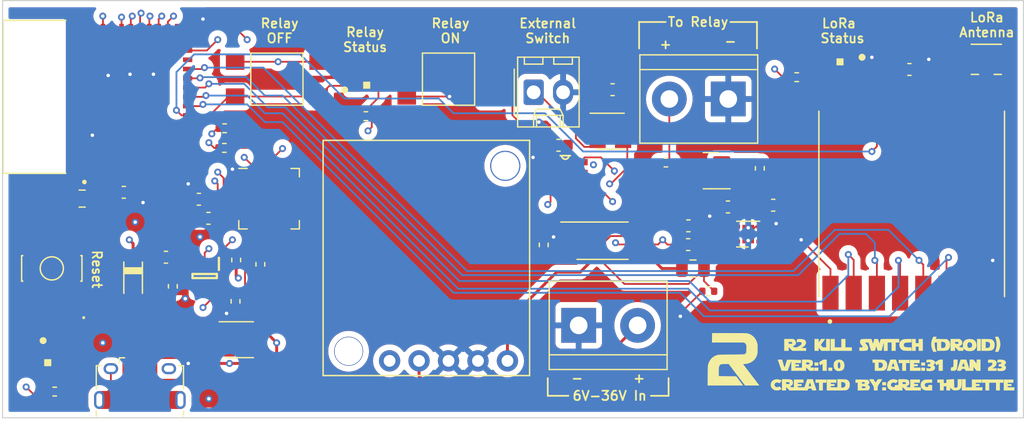
<source format=kicad_pcb>
(kicad_pcb (version 20211014) (generator pcbnew)
  (title_block (title "Kill Switch - Remote") (date "2023-01-18") (rev "1.0") (company "Created by: Greg Hulette") (comment 1 "- Creates WiFi Network for Remote Web Access") (comment 2 "- WiFi to LoRa Bridge") (comment 3 "- Buttons for Master Relay"))
  (layers (0 "F.Cu" signal) (1 "In1.Cu" signal) (2 "In2.Cu" signal) (31 "B.Cu" signal) (34 "B.Paste" user) (35 "F.Paste" user) (36 "B.SilkS" user "B.Silkscreen") (37 "F.SilkS" user "F.Silkscreen") (38 "B.Mask" user) (39 "F.Mask" user) (44 "Edge.Cuts" user))
  (net 0 "")
  (net 1 "+3V3")
  (net 2 "GND")
  (net 3 "RESET")
  (net 4 "Net-(C6-Pad2)")
  (net 5 "VBUS")
  (net 6 "+5V")
  (net 7 "Net-(D1-PadA)")
  (net 8 "USB_DP")
  (net 9 "USB_DN")
  (net 10 "Net-(J5-Pad2)")
  (net 12 "unconnected-(J1-Pad6)")
  (net 13 "RELAY_CONTROL")
  (net 14 "Net-(J3-Pad2)")
  (net 16 "Net-(L1-Pad3)")
  (net 18 "Net-(L2-Pad3)")
  (net 20 "Net-(L3-Pad3)")
  (net 21 "DTR")
  (net 22 "RTS")
  (net 23 "GPIO0")
  (net 24 "Net-(R2-Pad1)")
  (net 25 "RXD0")
  (net 26 "Net-(R3-Pad1)")
  (net 27 "TXD0")
  (net 28 "Net-(R4-Pad2)")
  (net 29 "Net-(R6-Pad1)")
  (net 30 "Net-(R9-Pad1)")
  (net 31 "RELAY_LED_DATA")
  (net 32 "EXT_SW_OUT")
  (net 35 "VIN")
  (net 36 "STATUS_LED_DATA")
  (net 46 "DI0_LORA")
  (net 47 "RESET_LORA")
  (net 48 "SCK_LORA")
  (net 49 "MISO_LORA")
  (net 50 "MOSI_LORA")
  (net 51 "NSS_LORA")
  (net 54 "OFF_SW_OUT")
  (net 55 "ON_SW_OUT")
  (net 81 "LORA_LED_DATA")
  (net 83 "Net-(S2-Pad1)")
  (net 84 "Net-(S3-Pad1)")
  (net 85 "Net-(J4-Pad1)")
  (footprint "Resistor_SMD:R_0402_1005Metric" (layer "F.Cu") (at 51.142 63.02 180)
    (fp_text reference "R3")
    (fp_text value "1K" hide)
  )
  (footprint "Resistor_SMD:R_0402_1005Metric" (layer "F.Cu") (at 100.454 58.61 180)
    (fp_text reference "R14")
    (fp_text value "470" hide)
  )
  (footprint "Capacitor_SMD:C_0603_1608Metric" (layer "F.Cu") (at 46.082 74.148 180)
    (fp_text reference "C3")
    (fp_text value ".1uF" hide)
  )
  (footprint "Resistor_SMD:R_0402_1005Metric" (layer "F.Cu") (at 52.082 77.952 -90)
    (fp_text reference "R5")
    (fp_text value "47.5K" hide)
  )
  (footprint "Resistor_SMD:R_0402_1005Metric" (layer "F.Cu") (at 97.274 66.478 90)
    (fp_text reference "R7")
    (fp_text value "10K" hide)
  )
  (footprint "Package_SO:TSSOP-8_4.4x3mm_P0.65mm" (layer "F.Cu") (at 83.718 72.722)
    (fp_text reference "U4")
    (fp_text value "TPS2115APW" hide)
  )
  (footprint "Package_SON:WSON-6-1EP_2x2mm_P0.65mm_EP1x1.6mm_ThermalVias" (layer "F.Cu") (at 96.272 72.152 180)
    (fp_text reference "U3")
    (fp_text value "LP5912-3.3DRV" hide)
  )
  (footprint "Package_TO_SOT_SMD:SOT-23" (layer "F.Cu") (at 93.048 66.682 180)
    (fp_text reference "Q3")
    (fp_text value "BSS138" hide)
  )
  (footprint "Capacitor_SMD:C_0603_1608Metric" (layer "F.Cu") (at 48.92 69.146 180)
    (fp_text reference "C5")
    (fp_text value ".1uF" hide)
  )
  (footprint "Resistor_SMD:R_0402_1005Metric" (layer "F.Cu") (at 46.678 76.66 90)
    (fp_text reference "R1")
    (fp_text value "10K" hide)
  )
  (footprint "Resistor_SMD:R_0402_1005Metric" (layer "F.Cu") (at 92.832 77.086 180)
    (fp_text reference "R10")
    (fp_text value "400" hide)
  )
  (footprint "Package_DFN_QFN:QFN-28-1EP_5x5mm_P0.5mm_EP3.35x3.35mm" (layer "F.Cu") (at 54.974 69.098)
    (fp_text reference "U2")
    (fp_text value "CP2102N-A02-GQFN28" hide)
  )
  (footprint "Custom:TL3305CF260QG" (layer "F.Cu") (at 55.647 58.779)
    (fp_text reference "S3")
    (fp_text value "TL3305CF260QG" hide)
  )
  (footprint "Custom:HRS_U.FL-R-SMT-1(10)" (layer "F.Cu") (at 116.798 57.072)
    (fp_text reference "J3")
    (fp_text value "U.FL-R-SMT-1(10)" hide)
  )
  (footprint "Custom:MODULE_ESP32-PICO-MINI-02" (layer "F.Cu") (at 43.055 60.308 90)
    (fp_text reference "U1")
    (fp_text value "ESP32-PICO-MINI-02" hide)
  )
  (footprint "Capacitor_SMD:C_0603_1608Metric" (layer "F.Cu") (at 91.116 71.438)
    (fp_text reference "C9")
    (fp_text value ".1uF" hide)
  )
  (footprint "Resistor_SMD:R_0402_1005Metric" (layer "F.Cu") (at 63.314 61.974)
    (fp_text reference "R17")
    (fp_text value "470" hide)
  )
  (footprint "Custom:SOT65P230X110-6N" (layer "F.Cu") (at 49.423 75.77 -90)
    (fp_text reference "Q2")
    (fp_text value "UMH3N" hide)
  )
  (footprint "Package_TO_SOT_SMD:SOT-143" (layer "F.Cu") (at 52.424 81.264)
    (fp_text reference "D2")
    (fp_text value "SP0503BAHTG" hide)
  )
  (footprint "Custom:SOT95P280X145-6N" (layer "F.Cu") (at 80.5054 66.8818)
    (fp_text reference "U6")
    (fp_text value "MAX6817EUT+T" hide)
  )
  (footprint "Package_TO_SOT_SMD:SOT-143" (layer "F.Cu") (at 84.39 63.272)
    (fp_text reference "U8")
    (fp_text value "MAX6816" hide)
  )
  (footprint "Capacitor_SMD:C_0603_1608Metric" (layer "F.Cu") (at 94.526 69.808)
    (fp_text reference "C6")
    (fp_text value "1uF" hide)
  )
  (footprint "Custom:TL3305CF260QG" (layer "F.Cu") (at 70.441332 58.779)
    (fp_text reference "S2")
    (fp_text value "TL3305CF260QG" hide)
  )
  (footprint "Capacitor_SMD:C_0603_1608Metric" (layer "F.Cu") (at 91.096 73.058)
    (fp_text reference "C12")
    (fp_text value ".1uF" hide)
  )
  (footprint "Custom:SW_TL3342F160QG" (layer "F.Cu") (at 36.2445 75.1125 90)
    (fp_text reference "S1")
    (fp_text value "TL3342F160QG" hide)
  )
  (footprint "Capacitor_SMD:C_0603_1608Metric" (layer "F.Cu") (at 84.582 59.69)
    (fp_text reference "C13")
    (fp_text value ".1uF" hide)
  )
  (footprint "Capacitor_SMD:C_0805_2012Metric" (layer "F.Cu") (at 91.512 75.122)
    (fp_text reference "C8")
    (fp_text value "10uF" hide)
  )
  (footprint "TerminalBlock:TerminalBlock_bornier-2_P5.08mm" (layer "F.Cu") (at 81.66 80.028)
    (fp_text reference "J2")
    (fp_text value "Power In" hide)
  )
  (footprint "Resistor_SMD:R_0402_1005Metric" (layer "F.Cu") (at 36.496 85.742)
    (fp_text reference "R16")
    (fp_text value "470" hide)
  )
  (footprint "Resistor_SMD:R_0402_1005Metric" (layer "F.Cu") (at 52.14 74.388 90)
    (fp_text reference "R4")
    (fp_text value "22.1K" hide)
  )
  (footprint "Capacitor_SMD:C_0603_1608Metric" (layer "F.Cu") (at 49.746 70.792 180)
    (fp_text reference "C4")
    (fp_text value "4.7uF" hide)
  )
  (footprint "Capacitor_SMD:C_0805_2012Metric" (layer "F.Cu") (at 38.862 69.088 180)
    (fp_text reference "C1")
    (fp_text value "10uF" hide)
  )
  (footprint "Resistor_SMD:R_0402_1005Metric" (layer "F.Cu") (at 78.648 73.084 90)
    (fp_text reference "R9")
    (fp_text value "400" hide)
  )
  (footprint "TerminalBlock:TerminalBlock_bornier-2_P5.08mm" (layer "F.Cu") (at 94.554 60.494 180)
    (fp_text reference "J5")
    (fp_text value "Output" hide)
  )
  (footprint "Capacitor_SMD:C_0603_1608Metric" (layer "F.Cu") (at 79.922 64.488)
    (fp_text reference "C11")
    (fp_text value ".1uF" hide)
  )
  (footprint "Custom:RFM95W-915S2" (layer "F.Cu") (at 110.365 69.546 90)
    (fp_text reference "U5")
    (fp_text value "RFM95W-915S2" hide)
  )
  (footprint "Custom:WS2812B-2020" (layer "F.Cu") (at 104.185 57.891)
    (fp_text reference "L1")
    (fp_text value "WS2812B-2020" hide)
  )
  (footprint "Capacitor_SMD:C_0603_1608Metric" (layer "F.Cu") (at 98.428 69.66 180)
    (fp_text reference "C7")
    (fp_text value "1uF" hide)
  )
  (footprint "Logos:DroidKillSwitchLogo" (layer "F.Cu") (at 108.712 83.312)
    (fp_text reference "G***")
    (fp_text value "LOGO" hide)
  )
  (footprint "Resistor_SMD:R_0402_1005Metric" (layer "F.Cu") (at 51.12 64.714 180)
    (fp_text reference "R2")
    (fp_text value "1K" hide)
  )
  (footprint "Resistor_SMD:R_0402_1005Metric" (layer "F.Cu") (at 89.178 65.972)
    (fp_text reference "R8")
    (fp_text value "10K" hide)
  )
  (footprint "Custom:SOD3716X135N" (layer "F.Cu") (at 43.2545 75.9125 -90)
    (fp_text reference "D1")
    (fp_text value "B5819W-TP" hide)
  )
  (footprint "Capacitor_SMD:C_0603_1608Metric" (layer "F.Cu") (at 42.452 68.546)
    (fp_text reference "C2")
    (fp_text value ".1uF" hide)
  )
  (footprint "Connector_USB:USB_Micro-B_Amphenol_10118194_Horizontal" (layer "F.Cu") (at 43.836 85.166)
    (fp_text reference "J1")
    (fp_text value "USB_B_Micro" hide)
  )
  (footprint "Resistor_SMD:R_0402_1005Metric" (layer "F.Cu") (at 54.224 74.758 -90)
    (fp_text reference "R6")
    (fp_text value "1K" hide)
  )
  (footprint "Custom:WS2812B-2020" (layer "F.Cu") (at 36.495 83.245 90)
    (fp_text reference "L2")
    (fp_text value "WS2812B-2020" hide)
  )
  (footprint "Pololu:VoltageREG_2851" (layer "F.Cu") (at 68.53 74.21 90)
    (fp_text reference "U7")
    (fp_text value "D24V550F5_Step_Down_Regulator" hide)
  )
  (footprint "Custom:WS2812B-2020" (layer "F.Cu") (at 63.386666 58.704 180)
    (fp_text reference "L3")
    (fp_text value "WS2812B-2020" hide)
  )
  (footprint "Connector_Molex:Molex_KK-254_AE-6410-02A_1x02_P2.54mm_Vertical" (layer "F.Cu") (at 77.776 59.914)
    (fp_text reference "J4")
    (fp_text value "External Switch In" hide)
  )
  (footprint "Logos:R2_Logo_V2" (layer "F.Cu") (at 94.996 83.312)
    (fp_text reference "G***")
    (fp_text value "LOGO" hide)
  )
  (footprint "Capacitor_SMD:C_0603_1608Metric" (layer "F.Cu") (at 110.166 57.946)
    (fp_text reference "C10")
    (fp_text value ".1uF" hide)
  )
  (gr_line (start 86.868 53.848) (end 89.154 53.848) (layer "F.SilkS") (width 0.15))
  (gr_line (start 86.868 56.134) (end 86.868 53.848) (layer "F.SilkS") (width 0.15))
  (gr_line (start 78.994 84.582) (end 78.994 86.106) (layer "F.SilkS") (width 0.15))
  (gr_line (start 87.884 86.106) (end 89.408 86.106) (layer "F.SilkS") (width 0.15))
  (gr_line (start 78.994 86.106) (end 80.772 86.106) (layer "F.SilkS") (width 0.15))
  (gr_line (start 89.408 86.106) (end 89.408 84.582) (layer "F.SilkS") (width 0.15))
  (gr_line (start 97.028 53.848) (end 97.028 56.134) (layer "F.SilkS") (width 0.15))
  (gr_line (start 94.742 53.848) (end 97.028 53.848) (layer "F.SilkS") (width 0.15))
  (gr_line (start 32 52) (end 120 52) (layer "Edge.Cuts") (width 0.1))
  (gr_line (start 120 88) (end 32 88) (layer "Edge.Cuts") (width 0.1))
  (gr_line (start 32 88) (end 32 52) (layer "Edge.Cuts") (width 0.1))
  (gr_line (start 120 52) (end 120 88) (layer "Edge.Cuts") (width 0.1))
  (gr_text "LoRa \nStatus" (at 104.394 54.61) (layer "F.SilkS") (effects (font (size 0.8 0.8))))
  (gr_text "To Relay" (at 91.948 53.848) (layer "F.SilkS") (effects (font (size 0.8 0.8))))
  (gr_text "6V-36V In" (at 84.328 86.106) (layer "F.SilkS") (effects (font (size 0.8 0.8))))
  (gr_text "-" (at 81.534 84.582) (layer "F.SilkS") (effects (font (size 0.8 0.8))))
  (gr_text "+" (at 89.154 55.88 180) (layer "F.SilkS") (effects (font (size 0.8 0.8))))
  (gr_text "LoRa\nAntenna" (at 116.84 54.102) (layer "F.SilkS") (effects (font (size 0.8 0.8))))
  (gr_text "-" (at 94.742 55.626 180) (layer "F.SilkS") (effects (font (size 0.8 0.8))))
  (gr_text "+" (at 86.868 84.582) (layer "F.SilkS") (effects (font (size 0.8 0.8))))
  (gr_text "Relay\nStatus" (at 63.246 55.372) (layer "F.SilkS") (effects (font (size 0.8 0.8))))
  (gr_text "Relay\nOFF" (at 55.88 54.61) (layer "F.SilkS") (effects (font (size 0.8 0.8))))
  (gr_text "External\nSwitch" (at 78.994 54.61) (layer "F.SilkS") (effects (font (size 0.8 0.8))))
  (gr_text "Relay\nON" (at 70.612 54.61) (layer "F.SilkS") (effects (font (size 0.8 0.8))))
  (gr_text "Reset" (at 40.132 75.184 270) (layer "F.SilkS") (effects (font (size 0.8 0.8))))
  (segment (start 52.524 70.598) (end 51.548 70.598) (width 0.25) (layer "F.Cu") (net 1))
  (segment (start 40.655 68.245) (end 39.812 69.088) (width 0.25) (layer "F.Cu") (net 1))
  (segment (start 51.548 70.598) (end 50.715 70.598) (width 0.25) (layer "F.Cu") (net 1))
  (segment (start 82.2996 67.0596) (end 81.7754 67.0596) (width 0.1524) (layer "F.Cu") (net 1))
  (segment (start 81.7754 66.8818) (end 80.865 66.8818) (width 0.25) (layer "F.Cu") (net 1))
  (segment (start 40.655 66.208) (end 40.655 68.245) (width 0.25) (layer "F.Cu") (net 1))
  (segment (start 51.81 70.098) (end 52.524 70.098) (width 0.25) (layer "F.Cu") (net 1))
  (segment (start 97.948 72.802) (end 98.298 73.152) (width 0.1524) (layer "F.Cu") (net 1))
  (segment (start 80.865 66.8818) (end 80.697 66.7138) (width 0.25) (layer "F.Cu") (net 1))
  (segment (start 40.655 66.208) (end 40.655 67.524) (width 0.25) (layer "F.Cu") (net 1))
  (segment (start 97.1595 72.802) (end 97.948 72.802) (width 0.1524) (layer "F.Cu") (net 1))
  (segment (start 40.655 67.524) (end 41.677 68.546) (width 0.25) (layer "F.Cu") (net 1))
  (segment (start 51.548 70.598) (end 51.548 70.36) (width 0.25) (layer "F.Cu") (net 1))
  (segment (start 51.302 70.098) (end 51.81 70.098) (width 0.25) (layer "F.Cu") (net 1))
  (segment (start 51.548 70.36) (end 51.81 70.098) (width 0.25) (layer "F.Cu") (net 1))
  (segment (start 80.865 66.8818) (end 80.518 67.2288) (width 0.25) (layer "F.Cu") (net 1))
  (segment (start 80.697 66.7138) (end 80.697 64.488) (width 0.25) (layer "F.Cu") (net 1))
  (segment (start 50.715 70.598) (end 50.521 70.792) (width 0.25) (layer "F.Cu") (net 1))
  (segment (start 80.518 67.2288) (end 80.518 68.326) (width 0.25) (layer "F.Cu") (net 1))
  (segment (start 49.695 69.146) (end 50.35 69.146) (width 0.25) (layer "F.Cu") (net 1))
  (segment (start 50.35 69.146) (end 51.302 70.098) (width 0.25) (layer "F.Cu") (net 1))
  (via (at 47.752 77.724) (size 0.6) (drill 0.3) (layers "F.Cu" "B.Cu") (net 1))
  (via (at 43.434 71.12) (size 0.6) (drill 0.3) (layers "F.Cu" "B.Cu") (net 1))
  (via (at 49.784 86.36) (size 0.6) (drill 0.3) (layers "F.Cu" "B.Cu") (net 1))
  (via (at 40.64 81.534) (size 0.6) (drill 0.3) (layers "F.Cu" "B.Cu") (net 1))
  (via (at 49.022 72.39) (size 0.6) (drill 0.3) (layers "F.Cu" "B.Cu") (net 1))
  (segment (start 117.365 74.439) (end 117.348 74.422) (width 0.1524) (layer "F.Cu") (net 2))
  (segment (start 48.005 67.819) (end 48.005 69.006) (width 0.25) (layer "F.Cu") (net 2))
  (segment (start 88.838 75.122) (end 90.562 75.122) (width 0.25) (layer "F.Cu") (net 2))
  (segment (start 118.273 56.043) (end 117.856 55.626) (width 0.1524) (layer "F.Cu") (net 2))
  (segment (start 78.325 66.8818) (end 77.724 66.2808) (width 0.25) (layer "F.Cu") (net 2))
  (segment (start 34.3445 80.7295) (end 35.845 82.23) (width 0.25) (layer "F.Cu") (net 2))
  (segment (start 115.365 57.114) (end 115.323 57.072) (width 0.1524) (layer "F.Cu") (net 2))
  (segment (start 100.838 72.644) (end 99.203 71.009) (width 0.1524) (layer "F.Cu") (net 2))
  (segment (start 91.871 73.229) (end 91.871 73.058) (width 0.25) (layer "F.Cu") (net 2))
  (segment (start 60.172 59.354) (end 62.371666 59.354) (width 0.1524) (layer "F.Cu") (net 2))
  (segment (start 90.424 79.248) (end 90.424 78.984) (width 0.1524) (layer "F.Cu") (net 2))
  (segment (start 96.922 71.502) (end 97.1595 71.502) (width 0.1524) (layer "F.Cu") (net 2))
  (segment (start 83.583 59.914) (end 80.316 59.914) (width 0.25) (layer "F.Cu") (net 2))
  (segment (start 46.255 63.508) (end 45.005 62.258) (width 0.1524) (layer "F.Cu") (net 2))
  (segment (start 51.816 68.268315) (end 51.816 66.548) (width 0.1524) (layer "F.Cu") (net 2))
  (segment (start 45.136 83.766) (end 45.136 83.291) (width 0.25) (layer "F.Cu") (net 2))
  (segment (start 103.365 77.246) (end 103.365 75.171) (width 0.1524) (layer "F.Cu") (net 2))
  (segment (start 45.623 82.804) (end 47.498 82.804) (width 0.25) (layer "F.Cu") (net 2))
  (segment (start 37.912 66.451) (end 38.105 66.258) (width 0.25) (layer "F.Cu") (net 2))
  (segment (start 45.307 74.148) (end 45.307 70.626) (width 0.25) (layer "F.Cu") (net 2))
  (segment (start 78.867 62.484) (end 78.232 62.484) (width 0.25) (layer "F.Cu") (net 2))
  (segment (start 37.912 69.088) (end 37.912 66.451) (width 0.25) (layer "F.Cu") (net 2))
  (segment (start 79.2354 66.8818) (end 78.325 66.8818) (width 0.25) (layer "F.Cu") (net 2))
  (segment (start 39.805 66.258) (end 39.855 66.208) (width 0.25) (layer "F.Cu") (net 2))
  (segment (start 98.679 71.247) (end 99.203 70.723) (width 0.1524) (layer "F.Cu") (net 2))
  (segment (start 52.145685 68.598) (end 51.816 68.268315) (width 0.1524) (layer "F.Cu") (net 2))
  (segment (start 93.751 69.808) (end 92.9555 70.6035) (width 0.1524) (layer "F.Cu") (net 2))
  (segment (start 51.324 79.01) (end 51.324 80.494) (width 0.25) (layer "F.Cu") (net 2))
  (segment (start 99.203 70.723) (end 99.203 69.66) (width 0.1524) (layer "F.Cu") (net 2))
  (segment (start 47.498 82.804) (end 48.006 83.312) (width 0.25) (layer "F.Cu") (net 2))
  (segment (start 103.365 75.171) (end 100.838 72.644) (width 0.1524) (layer "F.Cu") (net 2))
  (segment (start 47.955 63.508) (end 46.255 63.508) (width 0.1524) (layer "F.Cu") (net 2))
  (segment (start 48.252 63.508) (end 51.481 60.279) (width 0.1524) (layer "F.Cu") (net 2))
  (segment (start 59.247 60.279) (end 60.172 59.354) (width 0.1524) (layer "F.Cu") (net 2))
  (segment (start 38.105 54.358) (end 38.105 66.258) (width 0.25) (layer "F.Cu") (net 2))
  (segment (start 83.807 59.69) (end 83.583 59.914) (width 0.25) (layer "F.Cu") (net 2))
  (segment (start 52.047 60.279) (end 59.247 60.279) (width 0.1524) (layer "F.Cu") (net 2))
  (segment (start 115.365 61.846) (end 115.365 57.114) (width 0.1524) (layer "F.Cu") (net 2))
  (segment (start 39.055 66.208) (end 39.055 64.308) (width 0.25) (layer "F.Cu") (net 2))
  (segment (start 45.307 70.626) (end 44.1095 69.4285) (width 0.25) (layer "F.Cu") (net 2))
  (segment (start 117.365 77.246) (end 117.365 74.439) (width 0.1524) (layer "F.Cu") (net 2))
  (segment (start 111.815 57.072) (end 110.941 57.946) (width 0.1524) (layer "F.Cu") (net 2))
  (segment (start 48.971 69.972) (end 48.971 70.792) (width 0.25) (layer "F.Cu") (net 2))
  (segment (start 106.589 57.241) (end 106.934 56.896) (width 0.1524) (layer "F.Cu") (net 2))
  (segment (start 92.9555 70.6035) (end 92.121 71.438) (width 0.1524) (layer "F.Cu") (net 2))
  (segment (start 105.2 57.241) (end 106.589 57.241) (width 0.1524) (layer "F.Cu") (net 2))
  (segment (start 51.308 78.994) (end 51.324 79.01) (width 0.25) (layer "F.Cu") (net 2))
  (segment (start 51.481 60.279) (end 52.047 60.279) (width 0.1524) (layer "F.Cu") (net 2))
  (segment (start 34.3445 71.9625) (end 34.3445 78.2625) (width 0.25) (layer "F.Cu") (net 2))
  (segment (start 90.562 74.538) (end 91.871 73.229) (width 0.25) (layer "F.Cu") (net 2))
  (segment (start 41.105 62.258) (end 41.105 58.463) (width 0.25) (layer "F.Cu") (net 2))
  (segment (start 99.203 71.009) (end 99.203 69.66) (width 0.1524) (layer "F.Cu") (net 2))
  (segment (start 45.005 62.258) (end 41.105 62.258) (width 0.25) (layer "F.Cu") (net 2))
  (segment (start 51.84 78.462) (end 51.308 78.994) (width 0.25) (layer "F.Cu") (net 2))
  (segment (start 44.1095 69.4285) (end 43.227 68.546) (width 0.25) (layer "F.Cu") (net 2))
  (segment (start 45.005 58.358) (end 45.005 62.258) (width 0.25) (layer "F.Cu") (net 2))
  (segment (start 79.495 72.397) (end 80.8555 72.397) (width 0.25) (layer "F.Cu") (net 2))
  (segment (start 37.219 69.088) (end 37.912 69.088) (width 0.25) (layer "F.Cu") (net 2))
  (segment (start 43.055 62.258) (end 43.055 58.358) (width 0.25) (layer "F.Cu") (net 2))
  (segment (start 41.105 58.358) (end 42.988 58.358) (width 0.25) (layer "F.Cu") (net 2))
  (segment (start 66.841332 60.279) (end 70.531 60.279) (width 0.1524) (layer "F.Cu") (net 2))
  (segment (start 38.105 66.258) (end 39.805 66.258) (width 0.25) (layer "F.Cu") (net 2))
  (segment (start 111.838 57.072) (end 111.815 57.072) (width 0.1524) (layer "F.Cu") (net 2))
  (segment (start 48.512 54.358) (end 49.276 53.594) (width 0.1524) (layer "F.Cu") (net 2))
  (segment (start 48.005 69.006) (end 48.971 69.972) (width 0.25) (layer "F.Cu") (net 2))
  (segment (start 45.005 60.308) (end 41.105 60.308) (width 0.25) (layer "F.Cu") (net 2))
  (segment (start 48.005 66.258) (end 48.005 67.819) (width 0.25) (layer "F.Cu") (net 2))
  (segment (start 98.424 71.502) (end 98.679 71.247) (width 0.1524) (layer "F.Cu") (net 2))
  (segment (start 34.3445 78.2625) (end 34.3445 80.7295) (width 0.25) (layer "F.Cu") (net 2))
  (segment (start 34.3445 71.9625) (end 37.219 69.088) (width 0.25) (layer "F.Cu") (net 2))
  (segment (start 115.5166 55.626) (end 115.323 55.8196) (width 0.1524) (layer "F.Cu") (net 2))
  (segment (start 83.29 60.207) (end 83.29 62.502) (width 0.25) (layer "F.Cu") (net 2))
  (segment (start 118.273 57.072) (end 118.273 56.043) (width 0.1524) (layer "F.Cu") (net 2))
  (segment (start 115.323 57.072) (end 111.838 57.072) (width 0.1524) (layer "F.Cu") (net 2))
  (segment (start 52.524 68.598) (end 54.474 68.598) (width 0.1524) (layer "F.Cu") (net 2))
  (segment (start 78.825 72.397) (end 79.495 72.397) (width 0.25) (layer "F.Cu") (net 2))
  (segment (start 70.531 60.279) (end 74.041332 60.279) (width 0.1524) (layer "F.Cu") (net 2))
  (segment (start 95.3845 72.152) (end 96.272 72.152) (width 0.1524) (layer "F.Cu") (net 2))
  (segment (start 47.055 66.208) (end 47.955 66.208) (width 0.1524) (layer "F.Cu") (net 2))
  (segment (start 54.474 68.598) (end 54.974 69.098) (width 0.1524) (layer "F.Cu") (net 2))
  (segment (start 115.323 55.8196) (end 115.323 57.072) (width 0.1524) (layer "F.Cu") (net 2))
  (segment (start 91.891 71.438) (end 91.891 73.038) (width 0.25) (layer "F.Cu") (net 2))
  (segment (start 97.1595 71.502) (end 98.424 71.502) (width 0.1524) (layer "F.Cu") (net 2))
  (segment (start 90.562 75.122) (end 90.562 74.538) (width 0.25) (layer "F.Cu") (net 2))
  (segment (start 79.147 62.764) (end 78.867 62.484) (width 0.25) (layer "F.Cu") (net 2))
  (segment (start 48.005 54.358) (end 48.512 54.358) (width 0.1524) (layer "F.Cu") (net 2))
  (segment (start 47.955 63.508) (end 48.252 63.508) (width 0.1524) (layer "F.Cu") (net 2))
  (segment (start 39.7435 63.6195) (end 41.105 62.258) (width 0.25) (layer "F.Cu") (net 2))
  (segment (start 77.724 66.2808) (end 77.724 65.532) (width 0.25) (layer "F.Cu") (net 2))
  (segment (start 41.105 58.463) (end 41.105 58.358) (width 0.25) (layer "F.Cu") (net 2))
  (segment (start 47.955 66.208) (end 48.005 66.258) (width 0.1524) (layer "F.Cu") (net 2))
  (segment (start 39.055 64.308) (end 39.7435 63.6195) (width 0.25) (layer "F.Cu") (net 2))
  (segment (start 96.272 72.152) (end 96.922 71.502) (width 0.1524) (layer "F.Cu") (net 2))
  (segment (start 90.424 78.984) (end 92.322 77.086) (width 0.1524) (layer "F.Cu") (net 2))
  (segment (start 91.891 73.038) (end 91.871 73.058) (width 0.25) (layer "F.Cu") (net 2))
  (segment (start 45.136 83.291) (end 45.623 82.804) (width 0.25) (layer "F.Cu") (net 2))
  (segment (start 86.5805 73.697) (end 87.413 73.697) (width 0.25) (layer "F.Cu") (net 2))
  (segment (start 79.147 64.488) (end 79.147 62.764) (width 0.25) (layer "F.Cu") (net 2))
  (segment (start 83.807 59.69) (end 83.29 60.207) (width 0.25) (layer "F.Cu") (net 2))
  (segment (start 52.524 68.598) (end 52.145685 68.598) (width 0.1524) (layer "F.Cu") (net 2))
  (segment (start 87.413 73.697) (end 88.838 75.122) (width 0.25) (layer "F.Cu") (net 2))
  (segment (start 42.988 58.358) (end 45.005 58.358) (width 0.25) (layer "F.Cu") (net 2))
  (segment (start 92.121 71.438) (end 91.891 71.438) (width 0.1524) (layer "F.Cu") (net 2))
  (segment (start 117.856 55.626) (end 115.5166 55.626) (width 0.1524) (layer "F.Cu") (net 2))
  (segment (start 78.648 72.574) (end 78.825 72.397) (width 0.25) (layer "F.Cu") (net 2))
  (segment (start 52.082 78.462) (end 51.84 78.462) (width 0.25) (layer "F.Cu") (net 2))
  (via (at 100.838 72.644) (size 0.6) (drill 0.3) (layers "F.Cu" "B.Cu") (net 2))
  (via (at 41.105 58.463) (size 0.6) (drill 0.3) (layers "F.Cu" "B.Cu") (net 2))
  (via (at 106.934 56.896) (size 0.6) (drill 0.3) (layers "F.Cu" "B.Cu") (net 2))
  (via (at 44.1095 69.4285) (size 0.6) (drill 0.3) (layers "F.Cu" "B.Cu") (net 2))
  (via (at 48.006 83.312) (size 0.6) (drill 0.3) (layers "F.Cu" "B.Cu") (net 2))
  (via (at 78.232 62.484) (size 0.6) (drill 0.3) (layers "F.Cu" "B.Cu") (net 2))
  (via (at 92.9555 70.6035) (size 0.6) (drill 0.3) (layers "F.Cu" "B.Cu") (net 2))
  (via (at 79.495 72.397) (size 0.6) (drill 0.3) (layers "F.Cu" "B.Cu") (net 2))
  (via (at 51.816 66.548) (size 0.6) (drill 0.3) (layers "F.Cu" "B.Cu") (net 2))
  (via (at 77.724 65.532) (size 0.6) (drill 0.3) (layers "F.Cu" "B.Cu") (net 2))
  (via (at 48.005 67.819) (size 0.6) (drill 0.3) (layers "F.Cu" "B.Cu") (net 2))
  (via (at 98.679 71.247) (size 0.6) (drill 0.3) (layers "F.Cu" "B.Cu") (net 2))
  (via (at 70.531 60.279) (size 0.6) (drill 0.3) (layers "F.Cu" "B.Cu") (net 2))
  (via (at 49.276 53.594) (size 0.6) (drill 0.3) (layers "F.Cu" "B.Cu") (net 2))
  (via (at 90.424 79.248) (size 0.6) (drill 0.3) (layers "F.Cu" "B.Cu") (net 2))
  (via (at 117.348 74.422) (size 0.6) (drill 0.3) (layers "F.Cu" "B.Cu") (net 2))
  (via (at 111.838 57.072) (size 0.6) (drill 0.3) (layers "F.Cu" "B.Cu") (net 2))
  (via (at 51.308 78.994) (size 0.6) (drill 0.3) (layers "F.Cu" "B.Cu") (net 2))
  (via (at 45.005 58.358) (size 0.6) (drill 0.3) (layers "F.Cu" "B.Cu") (net 2))
  (via (at 42.988 58.358) (size 0.6) (drill 0.3) (layers "F.Cu" "B.Cu") (net 2))
  (via (at 39.7435 63.6195) (size 0.6) (drill 0.3) (layers "F.Cu" "B.Cu") (net 2))
  (segment (start 46.228 75.946) (end 46.857 75.317) (width 0.25) (layer "F.Cu") (net 3))
  (segment (start 46.857 74.148) (end 46.857 75.317) (width 0.25) (layer "F.Cu") (net 3))
  (segment (start 38.1445 78.2625) (end 39.5935 78.2625) (width 0.25) (layer "F.Cu") (net 3))
  (segment (start 46.857 70.225) (end 46.857 74.148) (width 0.25) (layer "F.Cu") (net 3))
  (segment (start 44.655 68.023) (end 46.857 70.225) (width 0.25) (layer "F.Cu") (net 3))
  (segment (start 48.201 74.148) (end 48.773 74.72) (width 0.25) (layer "F.Cu") (net 3))
  (segment (start 46.857 75.317) (end 46.857 75.971) (width 0.25) (layer "F.Cu") (net 3))
  (segment (start 46.857 75.971) (end 46.678 76.15) (width 0.25) (layer "F.Cu") (net 3))
  (segment (start 38.1445 72.1805) (end 41.91 75.946) (width 0.25) (layer "F.Cu") (net 3))
  (segment (start 38.1445 71.9625) (end 38.1445 72.1805) (width 0.25) (layer "F.Cu") (net 3))
  (segment (start 39.5935 78.2625) (end 41.91 75.946) (width 0.25) (layer "F.Cu") (net 3))
  (segment (start 41.91 75.946) (end 46.228 75.946) (width 0.25) (layer "F.Cu") (net 3))
  (segment (start 46.857 74.148) (end 48.201 74.148) (width 0.25) (layer "F.Cu") (net 3))
  (segment (start 44.655 66.208) (end 44.655 68.023) (width 0.25) (layer "F.Cu") (net 3))
  (segment (start 94.234 70.875) (end 95.301 69.808) (width 0.1524) (layer "F.Cu") (net 4))
  (segment (start 86.505789 72.322289) (end 84.395711 72.322289) (width 0.1524) (layer "F.Cu") (net 4))
  (segment (start 85.598 76.454) (end 91.13 76.454) (width 0.1524) (layer "F.Cu") (net 4))
  (segment (start 93.342 77.086) (end 92.462 76.206) (width 0.1524) (layer "F.Cu") (net 4))
  (segment (start 86.5805 72.397) (end 86.505789 72.322289) (width 0.1524) (layer "F.Cu") (net 4))
  (segment (start 94.868 71.502) (end 94.234 72.136) (width 0.1524) (layer "F.Cu") (net 4))
  (segment (start 91.13 76.454) (end 92.462 75.122) (width 0.1524) (layer "F.Cu") (net 4))
  (segment (start 84.395711 72.322289) (end 83.566 73.152) (width 0.1524) (layer "F.Cu") (net 4))
  (segment (start 94.646 72.938) (end 92.462 75.122) (width 0.1524) (layer "F.Cu") (net 4))
  (segment (start 94.234 72.39) (end 94.234 72.136) (width 0.1524) (layer "F.Cu") (net 4))
  (segment (start 94.646 72.802) (end 94.646 72.938) (width 0.1524) (layer "F.Cu") (net 4))
  (segment (start 92.462 76.206) (end 92.462 75.122) (width 0.1524) (layer "F.Cu") (net 4))
  (segment (start 83.566 73.152) (end 83.566 74.422) (width 0.1524) (layer "F.Cu") (net 4))
  (segment (start 95.3845 72.802) (end 94.646 72.802) (width 0.1524) (layer "F.Cu") (net 4))
  (segment (start 94.234 72.136) (end 94.234 70.875) (width 0.1524) (layer "F.Cu") (net 4))
  (segment (start 94.646 72.802) (end 94.234 72.39) (width 0.1524) (layer "F.Cu") (net 4))
  (segment (start 83.566 74.422) (end 85.598 76.454) (width 0.1524) (layer "F.Cu") (net 4))
  (segment (start 95.3845 71.502) (end 94.868 71.502) (width 0.1524) (layer "F.Cu") (net 4))
  (segment (start 84.985 73.047) (end 84.836 72.898) (width 0.1524) (layer "F.Cu") (net 5))
  (segment (start 86.5805 73.047) (end 88.497 73.047) (width 0.1524) (layer "F.Cu") (net 5))
  (segment (start 88.497 73.047) (end 88.9 72.644) (width 0.1524) (layer "F.Cu") (net 5))
  (segment (start 86.5805 73.047) (end 84.985 73.047) (width 0.1524) (layer "F.Cu") (net 5))
  (segment (start 52.324 75.946) (end 52.14 75.762) (width 0.25) (layer "F.Cu") (net 5))
  (segment (start 43.2545 72.9725) (end 42.926 72.644) (width 0.25) (layer "F.Cu") (net 5))
  (segment (start 89.314 73.058) (end 88.9 72.644) (width 0.1524) (layer "F.Cu") (net 5))
  (segment (start 52.14 74.898) (end 52.14 75.762) (width 0.25) (layer "F.Cu") (net 5))
  (segment (start 43.2545 74.2742) (end 43.2545 72.9725) (width 0.25) (layer "F.Cu") (net 5))
  (segment (start 90.321 73.058) (end 89.314 73.058) (width 0.1524) (layer "F.Cu") (net 5))
  (via (at 84.836 72.898) (size 0.6) (drill 0.3) (layers "F.Cu" "B.Cu") (net 5))
  (via (at 42.926 72.644) (size 0.6) (drill 0.3) (layers "F.Cu" "B.Cu") (net 5))
  (via (at 88.9 72.644) (size 0.6) (drill 0.3) (layers "F.Cu" "B.Cu") (net 5))
  (via (at 52.324 75.946) (size 0.6) (drill 0.3) (layers "F.Cu" "B.Cu") (net 5))
  (segment (start 87.511 71.747) (end 88.138 71.12) (width 0.25) (layer "F.Cu") (net 6))
  (segment (start 83.447 71.747) (end 86.5805 71.747) (width 0.25) (layer "F.Cu") (net 6))
  (segment (start 90.023 71.12) (end 90.341 71.438) (width 0.25) (layer "F.Cu") (net 6))
  (segment (start 88.138 71.12) (end 88.646 71.12) (width 0.25) (layer "F.Cu") (net 6))
  (segment (start 80.8555 73.047) (end 82.147 73.047) (width 0.25) (layer "F.Cu") (net 6))
  (segment (start 82.804 72.39) (end 83.447 71.747) (width 0.25) (layer "F.Cu") (net 6))
  (segment (start 75.52 83.09) (end 75.52 79.674) (width 0.25) (layer "F.Cu") (net 6))
  (segment (start 82.677 72.517) (end 82.804 72.39) (width 0.25) (layer "F.Cu") (net 6))
  (segment (start 79.756 75.438) (end 81.788 75.438) (width 0.25) (layer "F.Cu") (net 6))
  (segment (start 86.5805 71.747) (end 87.511 71.747) (width 0.25) (layer "F.Cu") (net 6))
  (segment (start 75.52 79.674) (end 79.756 75.438) (width 0.25) (layer "F.Cu") (net 6))
  (segment (start 82.677 74.549) (end 82.677 72.517) (width 0.25) (layer "F.Cu") (net 6))
  (segment (start 88.646 71.12) (end 90.023 71.12) (width 0.25) (layer "F.Cu") (net 6))
  (segment (start 82.147 73.047) (end 82.677 72.517) (width 0.25) (layer "F.Cu") (net 6))
  (segment (start 88.646 71.12) (end 88.646 65.994) (width 0.25) (layer "F.Cu") (net 6))
  (segment (start 88.646 65.994) (end 88.668 65.972) (width 0.25) (layer "F.Cu") (net 6))
  (segment (start 81.788 75.438) (end 82.677 74.549) (width 0.25) (layer "F.Cu") (net 6))
  (segment (start 42.536 82.891978) (end 42.536 83.766) (width 0.25) (layer "F.Cu") (net 7))
  (segment (start 43.2545 80.6975) (end 43.2545 80.9515) (width 0.25) (layer "F.Cu") (net 7))
  (segment (start 43.2545 82.173478) (end 42.536 82.891978) (width 0.25) (layer "F.Cu") (net 7))
  (segment (start 43.688 80.264) (end 43.2545 80.6975) (width 0.25) (layer "F.Cu") (net 7))
  (segment (start 43.2545 80.9515) (end 43.2545 82.173478) (width 0.25) (layer "F.Cu") (net 7))
  (segment (start 49.956 82.214) (end 48.006 80.264) (width 0.25) (layer "F.Cu") (net 7))
  (segment (start 51.324 82.214) (end 49.956 82.214) (width 0.25) (layer "F.Cu") (net 7))
  (segment (start 43.2545 77.5508) (end 43.2545 80.9515) (width 0.25) (layer "F.Cu") (net 7))
  (segment (start 48.006 80.264) (end 43.688 80.264) (width 0.25) (layer "F.Cu") (net 7))
  (segment (start 44.45 81.28) (end 43.836 81.894) (width 0.25) (layer "F.Cu") (net 8))
  (segment (start 49.53 83.312) (end 47.498 81.28) (width 0.25) (layer "F.Cu") (net 8))
  (segment (start 52.426 83.312) (end 51.562 83.312) (width 0.25) (layer "F.Cu") (net 8))
  (segment (start 52.524 69.098) (end 51.826 69.098) (width 0.1524) (layer "F.Cu") (net 8))
  (segment (start 47.498 81.28) (end 44.45 81.28) (width 0.25) (layer "F.Cu") (net 8))
  (segment (start 53.524 82.214) (end 52.426 83.312) (width 0.25) (layer "F.Cu") (net 8))
  (segment (start 51.562 83.312) (end 49.53 83.312) (width 0.25) (layer "F.Cu") (net 8))
  (segment (start 51.054 68.326) (end 51.054 67.31) (width 0.1524) (layer "F.Cu") (net 8))
  (segment (start 51.826 69.098) (end 51.054 68.326) (width 0.1524) (layer "F.Cu") (net 8))
  (segment (start 43.836 81.894) (end 43.836 83.766) (width 0.25) (layer "F.Cu") (net 8))
  (segment (start 51.054 67.31) (end 50.546 66.802) (width 0.1524) (layer "F.Cu") (net 8))
  (via (at 50.546 66.802) (size 0.6) (drill 0.3) (layers "F.Cu" "B.Cu") (net 8))
  (via (at 51.562 83.312) (size 0.6) (drill 0.3) (layers "F.Cu" "B.Cu") (net 8))
  (segment (start 43.186 83.766) (end 43.186 84.691) (width 0.25) (layer "F.Cu") (net 9))
  (segment (start 55.626 81.534) (end 54.406 80.314) (width 0.25) (layer "F.Cu") (net 9))
  (segment (start 51.564 69.598) (end 50.546 68.58) (width 0.1524) (layer "F.Cu") (net 9))
  (segment (start 53.410489 84.765511) (end 54.102 84.074) (width 0.25) (layer "F.Cu") (net 9))
  (segment (start 54.102 84.074) (end 54.864 84.074) (width 0.25) (layer "F.Cu") (net 9))
  (segment (start 43.186 84.691) (end 43.260511 84.765511) (width 0.25) (layer "F.Cu") (net 9))
  (segment (start 52.524 69.598) (end 51.564 69.598) (width 0.1524) (layer "F.Cu") (net 9))
  (segment (start 50.546 67.818) (end 50.292 67.564) (width 0.1524) (layer "F.Cu") (net 9))
  (segment (start 54.406 80.314) (end 53.524 80.314) (width 0.25) (layer "F.Cu") (net 9))
  (segment (start 54.864 84.074) (end 55.626 83.312) (width 0.25) (layer "F.Cu") (net 9))
  (segment (start 55.626 83.312) (end 55.626 81.534) (width 0.25) (layer "F.Cu") (net 9))
  (segment (start 43.260511 84.765511) (end 53.410489 84.765511) (width 0.25) (layer "F.Cu") (net 9))
  (segment (start 50.546 68.58) (end 50.546 67.818) (width 0.1524) (layer "F.Cu") (net 9))
  (via (at 50.292 67.564) (size 0.6) (drill 0.3) (layers "F.Cu" "B.Cu") (net 9))
  (via (at 55.626 81.534) (size 0.6) (drill 0.3) (layers "F.Cu" "B.Cu") (net 9))
  (segment (start 92.1105 66.682) (end 90.398 66.682) (width 0.1524) (layer "F.Cu") (net 10))
  (segment (start 89.474 65.758) (end 89.688 65.972) (width 0.1524) (layer "F.Cu") (net 10))
  (segment (start 89.474 60.494) (end 89.474 65.758) (width 0.1524) (layer "F.Cu") (net 10))
  (segment (start 90.398 66.682) (end 89.688 65.972) (width 0.1524) (layer "F.Cu") (net 10))
  (segment (start 41.336 85.466) (end 40.336 86.466) (width 0.1524) (layer "F.Cu") (net 12))
  (segment (start 40.336 86.466) (end 47.336 86.466) (width 0.1524) (layer "F.Cu") (net 12))
  (segment (start 41.336 83.766) (end 41.336 85.466) (width 0.1524) (layer "F.Cu") (net 12))
  (segment (start 97.038 65.732) (end 97.274 65.968) (width 0.1524) (layer "F.Cu") (net 13))
  (segment (start 93.9855 65.732) (end 97.038 65.732) (width 0.1524) (layer "F.Cu") (net 13))
  (segment (start 117.365 61.846) (end 117.365 59.164) (width 0.5) (layer "F.Cu") (net 14))
  (segment (start 117.365 59.164) (end 116.798 58.597) (width 0.5) (layer "F.Cu") (net 14))
  (segment (start 100.964 58.61) (end 100.964 58.04) (width 0.1524) (layer "F.Cu") (net 16))
  (segment (start 100.964 58.04) (end 101.763 57.241) (width 0.1524) (layer "F.Cu") (net 16))
  (segment (start 101.763 57.241) (end 103.17 57.241) (width 0.1524) (layer "F.Cu") (net 16))
  (segment (start 35.845 84.26) (end 35.845 85.601) (width 0.25) (layer "F.Cu") (net 18))
  (segment (start 35.845 85.601) (end 35.986 85.742) (width 0.25) (layer "F.Cu") (net 18))
  (segment (start 64.401666 59.354) (end 64.401666 60.376334) (width 0.1524) (layer "F.Cu") (net 20))
  (segment (start 64.401666 60.376334) (end 62.804 61.974) (width 0.1524) (layer "F.Cu") (net 20))
  (segment (start 50.073 74.387) (end 51.816 72.644) (width 0.1524) (layer "F.Cu") (net 21))
  (segment (start 49.423 76.82) (end 49.423 76.307) (width 0.1524) (layer "F.Cu") (net 21))
  (segment (start 53.57328 66.56872) (end 53.57328 66.27328) (width 0.1524) (layer "F.Cu") (net 21))
  (segment (start 50.073 74.72) (end 50.073 74.387) (width 0.1524) (layer "F.Cu") (net 21))
  (segment (start 53.494 66.648) (end 53.57328 66.56872) (width 0.1524) (layer "F.Cu") (net 21))
  (segment (start 53.474 66.648) (end 53.494 66.648) (width 0.1524) (layer "F.Cu") (net 21))
  (segment (start 53.57328 66.27328) (end 52.832 65.532) (width 0.1524) (layer "F.Cu") (net 21))
  (segment (start 50.073 75.657) (end 50.073 74.72) (width 0.1524) (layer "F.Cu") (net 21))
  (segment (start 49.423 76.307) (end 50.073 75.657) (width 0.1524) (layer "F.Cu") (net 21))
  (via (at 52.832 65.532) (size 0.6) (drill 0.3) (layers "F.Cu" "B.Cu") (net 21))
  (via (at 51.816 72.644) (size 0.6) (drill 0.3) (layers "F.Cu" "B.Cu") (net 21))
  (segment (start 48.773 76.195) (end 49.423 75.545) (width 0.1524) (layer "F.Cu") (net 22))
  (segment (start 55.474 65.43) (end 55.474 66.648) (width 0.1524) (layer "F.Cu") (net 22))
  (segment (start 56.134 64.77) (end 55.474 65.43) (width 0.1524) (layer "F.Cu") (net 22))
  (segment (start 49.423 74.72) (end 49.423 73.767) (width 0.1524) (layer "F.Cu") (net 22))
  (segment (start 49.423 75.545) (end 49.423 74.72) (width 0.1524) (layer "F.Cu") (net 22))
  (segment (start 48.773 76.82) (end 48.773 76.195) (width 0.1524) (layer "F.Cu") (net 22))
  (segment (start 49.423 73.767) (end 49.784 73.406) (width 0.1524) (layer "F.Cu") (net 22))
  (via (at 49.784 73.406) (size 0.6) (drill 0.3) (layers "F.Cu" "B.Cu") (net 22))
  (via (at 56.134 64.77) (size 0.6) (drill 0.3) (layers "F.Cu" "B.Cu") (net 22))
  (segment (start 50.073 77.689) (end 49.276 78.486) (width 0.1524) (layer "F.Cu") (net 23))
  (segment (start 50.073 76.82) (end 50.073 77.689) (width 0.1524) (layer "F.Cu") (net 23))
  (segment (start 49.61 56.308) (end 50.546 55.372) (width 0.1524) (layer "F.Cu") (net 23))
  (segment (start 47.955 56.308) (end 49.61 56.308) (width 0.1524) (layer "F.Cu") (net 23))
  (via (at 49.276 78.486) (size 0.6) (drill 0.3) (layers "F.Cu" "B.Cu") (net 23))
  (via (at 50.546 55.372) (size 0.6) (drill 0.3) (layers "F.Cu" "B.Cu") (net 23))
  (segment (start 54.474 66.648) (end 54.474 65.904) (width 0.1524) (layer "F.Cu") (net 24))
  (segment (start 54.474 65.904) (end 53.284 64.714) (width 0.1524) (layer "F.Cu") (net 24))
  (segment (start 53.284 64.714) (end 51.63 64.714) (width 0.1524) (layer "F.Cu") (net 24))
  (segment (start 43.055 54.408) (end 43.055 53.465) (width 0.1524) (layer "F.Cu") (net 25))
  (segment (start 50.61 64.714) (end 50.236 64.714) (width 0.1524) (layer "F.Cu") (net 25))
  (segment (start 43.055 53.465) (end 43.18 53.34) (width 0.1524) (layer "F.Cu") (net 25))
  (segment (start 50.236 64.714) (end 49.784 64.262) (width 0.1524) (layer "F.Cu") (net 25))
  (via (at 43.18 53.34) (size 0.6) (drill 0.3) (layers "F.Cu" "B.Cu") (net 25))
  (via (at 49.784 64.262) (size 0.6) (drill 0.3) (layers "F.Cu" "B.Cu") (net 25))
  (segment (start 54.974 66.648) (end 54.974 65.388) (width 0.1524) (layer "F.Cu") (net 26))
  (segment (start 52.606 63.02) (end 51.652 63.02) (width 0.1524) (layer "F.Cu") (net 26))
  (segment (start 54.974 65.388) (end 52.606 63.02) (width 0.1524) (layer "F.Cu") (net 26))
  (segment (start 42.255 54.408) (end 42.255 53.431) (width 0.1524) (layer "F.Cu") (net 27))
  (segment (start 50.632 63.02) (end 50.518 63.02) (width 0.1524) (layer "F.Cu") (net 27))
  (segment (start 50.518 63.02) (end 50.038 63.5) (width 0.1524) (layer "F.Cu") (net 27))
  (via (at 42.255 53.431) (size 0.6) (drill 0.3) (layers "F.Cu" "B.Cu") (net 27))
  (via (at 50.038 63.5) (size 0.6) (drill 0.3) (layers "F.Cu" "B.Cu") (net 27))
  (segment (start 53.474 71.548) (end 53.474 72.544) (width 0.1524) (layer "F.Cu") (net 28))
  (segment (start 52.899711 76.624289) (end 52.899711 74.637711) (width 0.1524) (layer "F.Cu") (net 28))
  (segment (start 52.899711 74.637711) (end 52.14 73.878) (width 0.1524) (layer "F.Cu") (net 28))
  (segment (start 52.082 77.442) (end 52.899711 76.624289) (width 0.1524) (layer "F.Cu") (net 28))
  (segment (start 53.474 72.544) (end 52.14 73.878) (width 0.1524) (layer "F.Cu") (net 28))
  (segment (start 54.224 74.248) (end 54.224 73.528) (width 0.1524) (layer "F.Cu") (net 29))
  (segment (start 53.974 73.278) (end 53.974 71.548) (width 0.1524) (layer "F.Cu") (net 29))
  (segment (start 54.224 73.528) (end 53.974 73.278) (width 0.1524) (layer "F.Cu") (net 29))
  (segment (start 78.648 73.594) (end 79.436 73.594) (width 0.25) (layer "F.Cu") (net 30))
  (segment (start 79.436 73.594) (end 79.539 73.697) (width 0.25) (layer "F.Cu") (net 30))
  (segment (start 79.539 73.697) (end 80.8555 73.697) (width 0.25) (layer "F.Cu") (net 30))
  (segment (start 43.855 53.173) (end 43.942 53.086) (width 0.1524) (layer "F.Cu") (net 31))
  (segment (start 43.855 54.408) (end 43.855 53.173) (width 0.1524) (layer "F.Cu") (net 31))
  (segment (start 63.824 62.922) (end 63.5 63.246) (width 0.1524) (layer "F.Cu") (net 31))
  (segment (start 63.824 61.974) (end 63.824 62.922) (width 0.1524) (layer "F.Cu") (net 31))
  (via (at 63.5 63.246) (size 0.6) (drill 0.3) (layers "F.Cu" "B.Cu") (net 31))
  (via (at 43.942 53.086) (size 0.6) (drill 0.3) (layers "F.Cu" "B.Cu") (net 31))
  (segment (start 85.49 64.222) (end 85.852 64.584) (width 0.1524) (layer "F.Cu") (net 32))
  (segment (start 85.852 64.584) (end 85.852 66.39969) (width 0.1524) (layer "F.Cu") (net 32))
  (segment (start 52.07 54.356) (end 53.086 55.372) (width 0.1524) (layer "F.Cu") (net 32))
  (segment (start 85.852 66.39969) (end 84.43369 67.818) (width 0.1524) (layer "F.Cu") (net 32))
  (segment (start 84.43369 67.818) (end 84.328 67.818) (width 0.1524) (layer "F.Cu") (net 32))
  (segment (start 48.378 55.508) (end 49.53 54.356) (width 0.1524) (layer "F.Cu") (net 32))
  (segment (start 47.955 55.508) (end 48.378 55.508) (width 0.1524) (layer "F.Cu") (net 32))
  (segment (start 49.53 54.356) (end 52.07 54.356) (width 0.1524) (layer "F.Cu") (net 32))
  (via (at 84.328 67.818) (size 0.6) (drill 0.3) (layers "F.Cu" "B.Cu") (net 32))
  (via (at 53.086 55.372) (size 0.6) (drill 0.3) (layers "F.Cu" "B.Cu") (net 32))
  (segment (start 80.662 86.106) (end 86.74 80.028) (width 0.25) (layer "F.Cu") (net 35))
  (segment (start 69.596 86.106) (end 80.662 86.106) (width 0.25) (layer "F.Cu") (net 35))
  (segment (start 67.9 84.41) (end 69.596 86.106) (width 0.25) (layer "F.Cu") (net 35))
  (segment (start 67.9 83.09) (end 67.9 84.41) (width 0.25) (layer "F.Cu") (net 35))
  (segment (start 40.655 53.355) (end 40.64 53.34) (width 0.1524) (layer "F.Cu") (net 36))
  (segment (start 36.41028 86.33772) (end 35.02972 86.33772) (width 0.1524) (layer "F.Cu") (net 36))
  (segment (start 35.02972 86.33772) (end 34.036 85.344) (width 0.1524) (layer "F.Cu") (net 36))
  (segment (start 40.655 54.408) (end 40.655 53.355) (width 0.1524) (layer "F.Cu") (net 36))
  (segment (start 37.006 85.742) (end 36.41028 86.33772) (width 0.1524) (layer "F.Cu") (net 36))
  (via (at 34.036 85.344) (size 0.6) (drill 0.3) (layers "F.Cu" "B.Cu") (net 36))
  (via (at 40.64 53.34) (size 0.6) (drill 0.3) (layers "F.Cu" "B.Cu") (net 36))
  (segment (start 47.955 61.908) (end 47.43 61.908) (width 0.1524) (layer "F.Cu") (net 46))
  (segment (start 107.365 61.846) (end 107.365 64.593) (width 0.1524) (layer "F.Cu") (net 46))
  (segment (start 107.365 64.593) (end 106.934 65.024) (width 0.1524) (layer "F.Cu") (net 46))
  (segment (start 47.43 61.908) (end 46.99 61.468) (width 0.1524) (layer "F.Cu") (net 46))
  (via (at 46.99 61.468) (size 0.6) (drill 0.3) (layers "F.Cu" "B.Cu") (net 46))
  (via (at 106.934 65.024) (size 0.6) (drill 0.3) (layers "F.Cu" "B.Cu") (net 46))
  (segment (start 82.042 65.024) (end 106.934 65.024) (width 0.1524) (layer "B.Cu") (net 46))
  (segment (start 48.514 56.642) (end 57.658 56.642) (width 0.1524) (layer "B.Cu") (net 46))
  (segment (start 57.658 56.642) (end 61.468 60.452) (width 0.1524) (layer "B.Cu") (net 46))
  (segment (start 78.74 61.722) (end 82.042 65.024) (width 0.1524) (layer "B.Cu") (net 46))
  (segment (start 70.866 61.722) (end 78.74 61.722) (width 0.1524) (layer "B.Cu") (net 46))
  (segment (start 61.468 60.452) (end 69.596 60.452) (width 0.1524) (layer "B.Cu") (net 46))
  (segment (start 46.99 58.166) (end 48.514 56.642) (width 0.1524) (layer "B.Cu") (net 46))
  (segment (start 69.596 60.452) (end 70.866 61.722) (width 0.1524) (layer "B.Cu") (net 46))
  (segment (start 46.99 61.468) (end 46.99 58.166) (width 0.1524) (layer "B.Cu") (net 46))
  (segment (start 47.955 61.108) (end 49.128 61.108) (width 0.1524) (layer "F.Cu") (net 47))
  (segment (start 113.365 77.246) (end 113.365 74.341) (width 0.1524) (layer "F.Cu") (net 47))
  (segment (start 113.365 74.341) (end 113.538 74.168) (width 0.1524) (layer "F.Cu") (net 47))
  (segment (start 49.128 61.108) (end 49.276 60.96) (width 0.1524) (layer "F.Cu") (net 47))
  (via (at 113.538 74.168) (size 0.6) (drill 0.3) (layers "F.Cu" "B.Cu") (net 47))
  (via (at 49.276 60.96) (size 0.6) (drill 0.3) (layers "F.Cu" "B.Cu") (net 47))
  (segment (start 56.134 62.484) (end 70.866 77.216) (width 0.1524) (layer "B.Cu") (net 47))
  (segment (start 108.458 79.248) (end 113.538 74.168) (width 0.1524) (layer "B.Cu") (net 47))
  (segment (start 90.424 77.216) (end 92.456 79.248) (width 0.1524) (layer "B.Cu") (net 47))
  (segment (start 92.456 79.248) (end 108.458 79.248) (width 0.1524) (layer "B.Cu") (net 47))
  (segment (start 70.866 77.216) (end 90.424 77.216) (width 0.1524) (layer "B.Cu") (net 47))
  (segment (start 53.086 60.96) (end 54.61 62.484) (width 0.1524) (layer "B.Cu") (net 47))
  (segment (start 49.276 60.96) (end 53.086 60.96) (width 0.1524) (layer "B.Cu") (net 47))
  (segment (start 54.61 62.484) (end 56.134 62.484) (width 0.1524) (layer "B.Cu") (net 47))
  (segment (start 109.365 74.567) (end 109.22 74.422) (width 0.1524) (layer "F.Cu") (net 48))
  (segment (start 109.365 77.246) (end 109.365 74.567) (width 0.1524) (layer "F.Cu") (net 48))
  (segment (start 47.955 60.308) (end 49.42 60.308) (width 0.1524) (layer "F.Cu") (net 48))
  (segment (start 49.42 60.308) (end 49.53 60.198) (width 0.1524) (layer "F.Cu") (net 48))
  (via (at 109.22 74.422) (size 0.6) (drill 0.3) (layers "F.Cu" "B.Cu") (net 48))
  (via (at 49.53 60.198) (size 0.6) (drill 0.3) (layers "F.Cu" "B.Cu") (net 48))
  (segment (start 53.086 60.198) (end 54.61 61.722) (width 0.1524) (layer "B.Cu") (net 48))
  (segment (start 49.53 60.198) (end 53.086 60.198) (width 0.1524) (layer "B.Cu") (net 48))
  (segment (start 109.22 76.708) (end 109.22 74.422) (width 0.1524) (layer "B.Cu") (net 48))
  (segment (start 91.08808 76.86408) (end 92.964 78.74) (width 0.1524) (layer "B.Cu") (net 48))
  (segment (start 71.27608 76.86408) (end 91.08808 76.86408) (width 0.1524) (layer "B.Cu") (net 48))
  (segment (start 56.134 61.722) (end 71.27608 76.86408) (width 0.1524) (layer "B.Cu") (net 48))
  (segment (start 54.61 61.722) (end 56.134 61.722) (width 0.1524) (layer "B.Cu") (net 48))
  (segment (start 92.964 78.74) (end 107.188 78.74) (width 0.1524) (layer "B.Cu") (net 48))
  (segment (start 107.188 78.74) (end 109.22 76.708) (width 0.1524) (layer "B.Cu") (net 48))
  (segment (start 105.365 77.246) (end 105.365 74.377) (width 0.1524) (layer "F.Cu") (net 49))
  (segment (start 105.365 74.377) (end 104.902 73.914) (width 0.1524) (layer "F.Cu") (net 49))
  (segment (start 49.458 59.508) (end 49.784 59.182) (width 0.1524) (layer "F.Cu") (net 49))
  (segment (start 47.955 59.508) (end 49.458 59.508) (width 0.1524) (layer "F.Cu") (net 49))
  (via (at 104.902 73.914) (size 0.6) (drill 0.3) (layers "F.Cu" "B.Cu") (net 49))
  (via (at 49.784 59.182) (size 0.6) (drill 0.3) (layers "F.Cu" "B.Cu") (net 49))
  (segment (start 71.374 76.2) (end 91.186 76.2) (width 0.1524) (layer "B.Cu") (net 49))
  (segment (start 91.186 76.2) (end 92.964 77.978) (width 0.1524) (layer "B.Cu") (net 49))
  (segment (start 54.864 61.214) (end 56.388 61.214) (width 0.1524) (layer "B.Cu") (net 49))
  (segment (start 104.902 75.692) (end 104.902 73.914) (width 0.1524) (layer "B.Cu") (net 49))
  (segment (start 102.616 77.978) (end 104.902 75.692) (width 0.1524) (layer "B.Cu") (net 49))
  (segment (start 49.784 59.182) (end 52.832 59.182) (width 0.1524) (layer "B.Cu") (net 49))
  (segment (start 92.964 77.978) (end 102.616 77.978) (width 0.1524) (layer "B.Cu") (net 49))
  (segment (start 52.832 59.182) (end 54.864 61.214) (width 0.1524) (layer "B.Cu") (net 49))
  (segment (start 56.388 61.214) (end 71.374 76.2) (width 0.1524) (layer "B.Cu") (net 49))
  (segment (start 48.988 58.708) (end 49.022 58.674) (width 0.1524) (layer "F.Cu") (net 50))
  (segment (start 107.365 74.599) (end 107.188 74.422) (width 0.1524) (layer "F.Cu") (net 50))
  (segment (start 107.365 77.246) (end 107.365 74.599) (width 0.1524) (layer "F.Cu") (net 50))
  (segment (start 47.955 58.708) (end 48.988 58.708) (width 0.1524) (layer "F.Cu") (net 50))
  (via (at 49.022 58.674) (size 0.6) (drill 0.3) (layers "F.Cu" "B.Cu") (net 50))
  (via (at 107.188 74.422) (size 0.6) (drill 0.3) (layers "F.Cu" "B.Cu") (net 50))
  (segment (start 107.188 72.898) (end 107.188 74.422) (width 0.1524) (layer "B.Cu") (net 50))
  (segment (start 49.022 58.674) (end 49.089711 58.606289) (width 0.1524) (layer "B.Cu") (net 50))
  (segment (start 54.61 60.198) (end 56.134 60.198) (width 0.1524) (layer "B.Cu") (net 50))
  (segment (start 49.089711 58.606289) (end 53.018289 58.606289) (width 0.1524) (layer "B.Cu") (net 50))
  (segment (start 106.426 72.136) (end 107.188 72.898) (width 0.1524) (layer "B.Cu") (net 50))
  (segment (start 104.14 72.136) (end 106.426 72.136) (width 0.1524) (layer "B.Cu") (net 50))
  (segment (start 71.628 75.692) (end 100.584 75.692) (width 0.1524) (layer "B.Cu") (net 50))
  (segment (start 56.134 60.198) (end 71.628 75.692) (width 0.1524) (layer "B.Cu") (net 50))
  (segment (start 100.584 75.692) (end 104.14 72.136) (width 0.1524) (layer "B.Cu") (net 50))
  (segment (start 53.018289 58.606289) (end 54.61 60.198) (width 0.1524) (layer "B.Cu") (net 50))
  (segment (start 49.28 57.908) (end 49.403 57.785) (width 0.1524) (layer "F.Cu") (net 51))
  (segment (start 111.365 77.246) (end 111.365 74.789) (width 0.1524) (layer "F.Cu") (net 51))
  (segment (start 111.365 74.789) (end 110.998 74.422) (width 0.1524) (layer "F.Cu") (net 51))
  (segment (start 47.955 57.908) (end 49.28 57.908) (width 0.1524) (layer "F.Cu") (net 51))
  (via (at 49.403 57.785) (size 0.6) (drill 0.3) (layers "F.Cu" "B.Cu") (net 51))
  (via (at 110.998 74.422) (size 0.6) (drill 0.3) (layers "F.Cu" "B.Cu") (net 51))
  (segment (start 54.483 57.785) (end 49.403 57.785) (width 0.1524) (layer "B.Cu") (net 51))
  (segment (start 100.17392 75.34008) (end 72.03808 75.34008) (width 0.1524) (layer "B.Cu") (net 51))
  (segment (start 110.998 74.422) (end 108.36008 71.78408) (width 0.1524) (layer "B.Cu") (net 51))
  (segment (start 108.36008 71.78408) (end 103.72992 71.78408) (width 0.1524) (layer "B.Cu") (net 51))
  (segment (start 103.72992 71.78408) (end 100.17392 75.34008) (width 0.1524) (layer "B.Cu") (net 51))
  (segment (start 72.03808 75.34008) (end 54.483 57.785) (width 0.1524) (layer "B.Cu") (net 51))
  (segment (start 45.455 54.408) (end 45.455 53.605) (width 0.1524) (layer "F.Cu") (net 54))
  (segment (start 83.0616 67.8216) (end 81.7754 67.8216) (width 0.1524) (layer "F.Cu") (net 54))
  (segment (start 84.582 69.342) (end 83.0616 67.8216) (width 0.1524) (layer "F.Cu") (net 54))
  (segment (start 84.767 69.527) (end 84.582 69.342) (width 0.1524) (layer "F.Cu") (net 54))
  (segment (start 45.455 53.605) (end 45.72 53.34) (width 0.1524) (layer "F.Cu") (net 54))
  (via (at 45.72 53.34) (size 0.6) (drill 0.3) (layers "F.Cu" "B.Cu") (net 54))
  (via (at 84.582 69.342) (size 0.6) (drill 0.3) (layers "F.Cu" "B.Cu") (net 54))
  (segment (start 82.931 66.167) (end 83.058 66.294) (width 0.25) (layer "F.Cu") (net 55))
  (segment (start 82.1854 65.532) (end 81.7754 65.942) (width 0.1524) (layer "F.Cu") (net 55))
  (segment (start 44.655 53.389) (end 44.704 53.34) (width 0.1524) (layer "F.Cu") (net 55))
  (segment (start 84.735763 66.955763) (end 84.735763 66.701763) (width 0.1524) (layer "F.Cu") (net 55))
  (segment (start 83.566 65.532) (end 82.1854 65.532) (width 0.1524) (layer "F.Cu") (net 55))
  (segment (start 84.767 66.987) (end 84.735763 66.955763) (width 0.1524) (layer "F.Cu") (net 55))
  (segment (start 84.735763 66.701763) (end 83.566 65.532) (width 0.1524) (layer "F.Cu") (net 55))
  (segment (start 44.655 54.408) (end 44.655 53.389) (width 0.1524) (layer "F.Cu") (net 55))
  (segment (start 82.820111 66.277889) (end 82.931 66.167) (width 0.25) (layer "F.Cu") (net 55))
  (via (at 44.704 53.34) (size 0.6) (drill 0.3) (layers "F.Cu" "B.Cu") (net 55))
  (via (at 84.735763 66.701763) (size 0.6) (drill 0.3) (layers "F.Cu" "B.Cu") (net 55))
  (via (at 82.931 66.167) (size 0.6) (drill 0.3) (layers "F.Cu" "B.Cu") (net 55))
  (segment (start 46.255 53.821) (end 46.736 53.34) (width 0.1524) (layer "F.Cu") (net 81))
  (segment (start 99.944 58.61) (end 99.25 58.61) (width 0.1524) (layer "F.Cu") (net 81))
  (segment (start 46.255 54.408) (end 46.255 53.821) (width 0.1524) (layer "F.Cu") (net 81))
  (segment (start 99.25 58.61) (end 98.552 57.912) (width 0.1524) (layer "F.Cu") (net 81))
  (via (at 98.552 57.912) (size 0.6) (drill 0.3) (layers "F.Cu" "B.Cu") (net 81))
  (via (at 46.736 53.34) (size 0.6) (drill 0.3) (layers "F.Cu" "B.Cu") (net 81))
  (segment (start 74.041332 57.279) (end 74.551 57.279) (width 0.1524) (layer "F.Cu") (net 83))
  (segment (start 75.946 58.674) (end 75.946 61.8906) (width 0.1524) (layer "F.Cu") (net 83))
  (segment (start 74.551 57.279) (end 75.946 58.674) (width 0.1524) (layer "F.Cu") (net 83))
  (segment (start 66.841332 57.279) (end 74.041332 57.279) (width 0.1524) (layer "F.Cu") (net 83))
  (segment (start 78.42128 65.12788) (end 79.2354 65.942) (width 0.1524) (layer "F.Cu") (net 83))
  (segment (start 78.42128 64.36588) (end 78.42128 65.12788) (width 0.1524) (layer "F.Cu") (net 83))
  (segment (start 75.946 61.8906) (end 78.42128 64.36588) (width 0.1524) (layer "F.Cu") (net 83))
  (segment (start 79.2354 69.3546) (end 78.994 69.596) (width 0.1524) (layer "F.Cu") (net 84))
  (segment (start 52.047 57.279) (end 55.751 57.279) (width 0.1524) (layer "F.Cu") (net 84))
  (segment (start 79.2354 67.8216) (end 79.2354 69.3546) (width 0.1524) (layer "F.Cu") (net 84))
  (segment (start 55.751 57.279) (end 59.247 57.279) (width 0.1524) (layer "F.Cu") (net 84))
  (via (at 78.994 69.596) (size 0.6) (drill 0.3) (layers "F.Cu" "B.Cu") (net 84))
  (via (at 55.751 57.279) (size 0.6) (drill 0.3) (layers "F.Cu" "B.Cu") (net 84))
  (segment (start 78.068125 59.914) (end 77.776 59.914) (width 0.1524) (layer "F.Cu") (net 85))
  (segment (start 82.150889 64.624889) (end 81.42272 63.89672) (width 0.1524) (layer "F.Cu") (net 85))
  (segment (start 81.42272 63.268595) (end 78.068125 59.914) (width 0.1524) (layer "F.Cu") (net 85))
  (segment (start 83.29 64.222) (end 82.887111 64.624889) (width 0.1524) (layer "F.Cu") (net 85))
  (segment (start 81.42272 63.89672) (end 81.42272 63.268595) (width 0.1524) (layer "F.Cu") (net 85))
  (segment (start 82.887111 64.624889) (end 82.150889 64.624889) (width 0.1524) (layer "F.Cu") (net 85))
  (zone (net 1) (net_name "+3V3") (layer "F.Cu") (connect_pads (clearance 0.508)) (min_thickness 0.254) (fill yes (thermal_gap 0.508) (thermal_bridge_width 0.508))
    (polygon (pts (xy 119.38 87.122) (xy 32.766 87.122) (xy 32.766 52.578) (xy 119.38 52.578)))
  )
  (zone (net 0) (net_name "") (layers "F.Cu" "In1.Cu" "In2.Cu" "B.Cu") (connect_pads (clearance 0)) (min_thickness 0.254)
    (keepout (tracks not_allowed) (vias not_allowed) (pads not_allowed) (copperpour not_allowed) (footprints not_allowed))
    (fill (thermal_gap 0.508) (thermal_bridge_width 0.508))
    (polygon (pts (xy 37.338 66.802) (xy 32.004 66.802) (xy 32.004 53.594) (xy 37.338 53.594)))
  )
  (zone (net 2) (net_name "GND") (layer "B.Cu") (connect_pads (clearance 0.508)) (min_thickness 0.254) (fill yes (thermal_gap 0.508) (thermal_bridge_width 0.508))
    (polygon (pts (xy 119.634 87.63) (xy 32.512 87.63) (xy 32.512 52.578) (xy 119.634 52.578)))
  )
)
</source>
